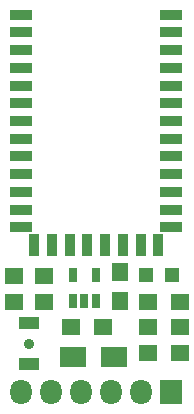
<source format=gts>
%TF.GenerationSoftware,KiCad,Pcbnew,4.0.7-e2-6376~58~ubuntu16.04.1*%
%TF.CreationDate,2018-01-20T15:49:45+01:00*%
%TF.ProjectId,Modulo_bluetooth,4D6F64756C6F5F626C7565746F6F7468,rev?*%
%TF.FileFunction,Soldermask,Top*%
%FSLAX46Y46*%
G04 Gerber Fmt 4.6, Leading zero omitted, Abs format (unit mm)*
G04 Created by KiCad (PCBNEW 4.0.7-e2-6376~58~ubuntu16.04.1) date Sat Jan 20 15:49:45 2018*
%MOMM*%
%LPD*%
G01*
G04 APERTURE LIST*
%ADD10C,0.100000*%
%ADD11R,1.900000X0.900000*%
%ADD12R,0.900000X1.900000*%
%ADD13R,1.827200X2.132000*%
%ADD14O,1.827200X2.132000*%
%ADD15R,1.350000X1.600000*%
%ADD16R,1.600000X1.350000*%
%ADD17R,2.200580X1.799260*%
%ADD18R,1.300000X1.300000*%
%ADD19R,1.600000X1.400000*%
%ADD20R,1.800000X1.000000*%
%ADD21C,0.900000*%
%ADD22R,0.750000X1.160000*%
G04 APERTURE END LIST*
D10*
D11*
X2794000Y-1620000D03*
X2794000Y-3120000D03*
X2794000Y-4620000D03*
X2794000Y-6120000D03*
X2794000Y-7620000D03*
X2794000Y-9120000D03*
X2794000Y-10620000D03*
X2794000Y-12120000D03*
X2794000Y-13620000D03*
X2794000Y-15120000D03*
X2794000Y-16620000D03*
X2794000Y-18120000D03*
X2794000Y-19620000D03*
D12*
X3894000Y-21120000D03*
X5394000Y-21120000D03*
X6894000Y-21120000D03*
X8394000Y-21120000D03*
X9894000Y-21120000D03*
X11394000Y-21120000D03*
X12894000Y-21120000D03*
X14394000Y-21120000D03*
D11*
X15494000Y-19620000D03*
X15494000Y-18120000D03*
X15494000Y-16620000D03*
X15494000Y-15120000D03*
X15494000Y-13620000D03*
X15494000Y-12120000D03*
X15494000Y-10620000D03*
X15494000Y-9120000D03*
X15494000Y-7620000D03*
X15494000Y-6120000D03*
X15494000Y-4620000D03*
X15494000Y-3120000D03*
X15494000Y-1620000D03*
D13*
X15494000Y-33528000D03*
D14*
X12954000Y-33528000D03*
X10414000Y-33528000D03*
X7874000Y-33528000D03*
X5334000Y-33528000D03*
X2794000Y-33528000D03*
D15*
X11176000Y-23388000D03*
X11176000Y-25888000D03*
D16*
X2179000Y-23749000D03*
X4679000Y-23749000D03*
X2179000Y-25908000D03*
X4679000Y-25908000D03*
D17*
X10619740Y-30607000D03*
X7160260Y-30607000D03*
D18*
X13378000Y-23622000D03*
X15578000Y-23622000D03*
D19*
X13509000Y-28067000D03*
X16209000Y-28067000D03*
X9732000Y-28067000D03*
X7032000Y-28067000D03*
X13509000Y-30226000D03*
X16209000Y-30226000D03*
X13509000Y-25908000D03*
X16209000Y-25908000D03*
D20*
X3429000Y-31164000D03*
X3429000Y-27764000D03*
D21*
X3429000Y-29464000D03*
D22*
X7178000Y-25865000D03*
X8128000Y-25865000D03*
X9078000Y-25865000D03*
X9078000Y-23665000D03*
X7178000Y-23665000D03*
M02*

</source>
